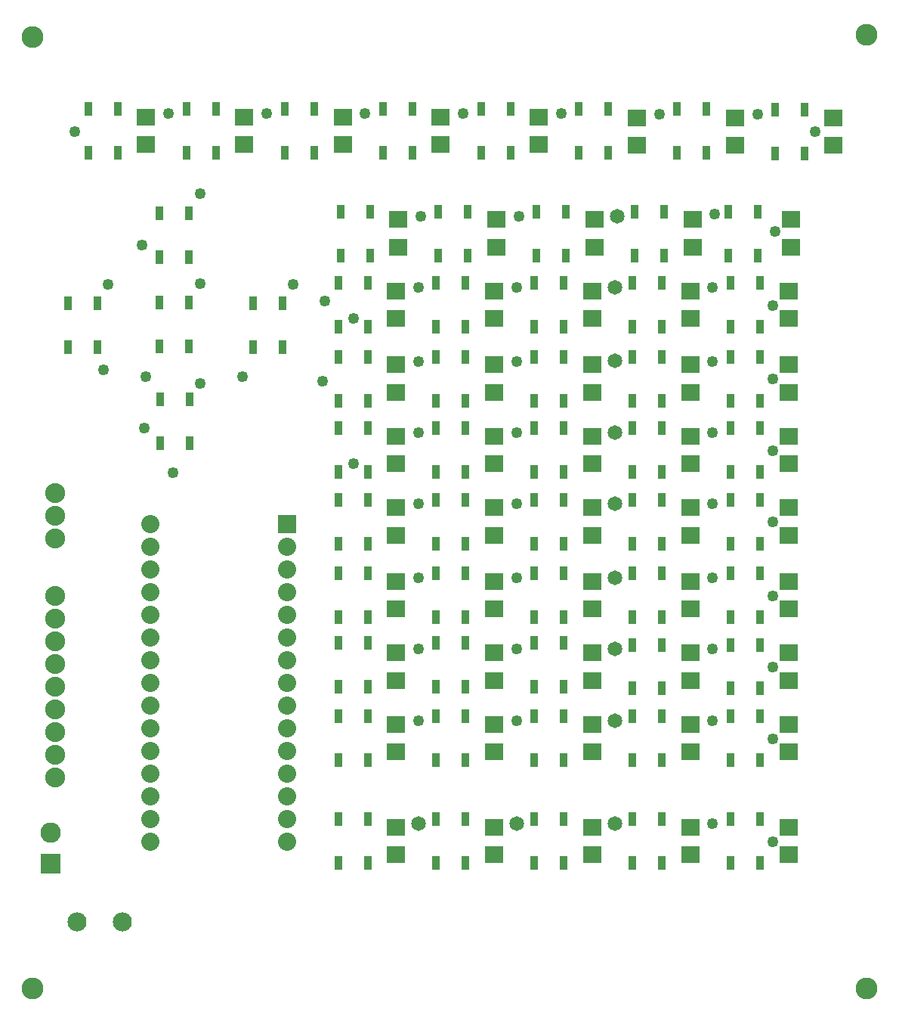
<source format=gts>
G04 MADE WITH FRITZING*
G04 WWW.FRITZING.ORG*
G04 DOUBLE SIDED*
G04 HOLES PLATED*
G04 CONTOUR ON CENTER OF CONTOUR VECTOR*
%ASAXBY*%
%FSLAX23Y23*%
%MOIN*%
%OFA0B0*%
%SFA1.0B1.0*%
%ADD10C,0.096614*%
%ADD11C,0.084000*%
%ADD12C,0.049370*%
%ADD13C,0.088000*%
%ADD14C,0.090000*%
%ADD15C,0.065118*%
%ADD16C,0.080000*%
%ADD17R,0.090000X0.090000*%
%ADD18R,0.035433X0.059056*%
%ADD19R,0.084803X0.072992*%
%ADD20R,0.079972X0.080000*%
%LNMASK1*%
G90*
G70*
G54D10*
X3903Y4396D03*
X3903Y193D03*
X221Y193D03*
X221Y4386D03*
G54D11*
X418Y488D03*
X618Y488D03*
X418Y488D03*
X618Y488D03*
X418Y488D03*
X618Y488D03*
G54D12*
X1147Y2890D03*
X723Y2890D03*
X536Y2919D03*
X714Y2663D03*
X842Y2466D03*
X408Y3972D03*
X1639Y2506D03*
X1501Y2870D03*
X1639Y3146D03*
X1511Y3224D03*
X704Y3470D03*
G54D13*
X320Y1925D03*
X320Y1825D03*
X320Y1725D03*
X320Y1625D03*
X320Y1525D03*
X320Y1425D03*
X320Y1325D03*
X320Y1225D03*
X320Y1125D03*
X320Y1925D03*
X320Y1825D03*
X320Y1725D03*
X320Y1625D03*
X320Y1525D03*
X320Y1425D03*
X320Y1325D03*
X320Y1225D03*
X320Y1125D03*
G54D12*
X1373Y3297D03*
X960Y3299D03*
X960Y3697D03*
X555Y3296D03*
X960Y2860D03*
X3676Y3972D03*
G54D13*
X320Y2378D03*
X320Y2278D03*
X320Y2178D03*
X320Y2378D03*
X320Y2278D03*
X320Y2178D03*
G54D14*
X300Y744D03*
X300Y882D03*
X300Y744D03*
X300Y882D03*
G54D12*
X2987Y4047D03*
X822Y4051D03*
X1934Y3598D03*
X1924Y1374D03*
G54D15*
X1924Y921D03*
G54D12*
X1924Y2004D03*
X1924Y1689D03*
X1924Y2958D03*
X1924Y3283D03*
X1924Y2644D03*
X1924Y2329D03*
X3420Y4047D03*
X1255Y4051D03*
X2367Y3598D03*
X2357Y1374D03*
X2357Y1689D03*
G54D15*
X2357Y921D03*
G54D12*
X2357Y2004D03*
X2357Y2329D03*
X2357Y2958D03*
X2357Y2644D03*
X2357Y3283D03*
X1688Y4051D03*
G54D15*
X2800Y3598D03*
X2790Y921D03*
X2790Y2004D03*
X2790Y1374D03*
X2790Y1689D03*
X2790Y2329D03*
X2790Y2959D03*
X2790Y2644D03*
X2790Y3283D03*
G54D12*
X2121Y4051D03*
X3233Y3608D03*
X3223Y921D03*
X3223Y1374D03*
X3223Y1689D03*
X3223Y2004D03*
X3223Y2329D03*
X3223Y2958D03*
X3223Y3283D03*
X3223Y2644D03*
X2554Y4051D03*
X3499Y3529D03*
X3489Y1295D03*
X3489Y1610D03*
X3489Y842D03*
X3489Y1925D03*
X3489Y2880D03*
X3489Y2250D03*
X3489Y3205D03*
X3489Y2565D03*
G54D16*
X1344Y2240D03*
X1344Y2140D03*
X1344Y2040D03*
X1344Y1940D03*
X1344Y1840D03*
X1344Y1740D03*
X1344Y1640D03*
X1344Y1540D03*
X1344Y1440D03*
X1344Y1340D03*
X1344Y1240D03*
X1344Y1140D03*
X1344Y1040D03*
X1344Y940D03*
X1344Y840D03*
X743Y2240D03*
X743Y2140D03*
X743Y2040D03*
X743Y1940D03*
X743Y1840D03*
X743Y1740D03*
X743Y1640D03*
X743Y1540D03*
X743Y1440D03*
X743Y1340D03*
X743Y1240D03*
X743Y1140D03*
X743Y1040D03*
X743Y940D03*
X743Y840D03*
X1344Y2240D03*
X1344Y2140D03*
X1344Y2040D03*
X1344Y1940D03*
X1344Y1840D03*
X1344Y1740D03*
X1344Y1640D03*
X1344Y1540D03*
X1344Y1440D03*
X1344Y1340D03*
X1344Y1240D03*
X1344Y1140D03*
X1344Y1040D03*
X1344Y940D03*
X1344Y840D03*
X743Y2240D03*
X743Y2140D03*
X743Y2040D03*
X743Y1940D03*
X743Y1840D03*
X743Y1740D03*
X743Y1640D03*
X743Y1540D03*
X743Y1440D03*
X743Y1340D03*
X743Y1240D03*
X743Y1140D03*
X743Y1040D03*
X743Y940D03*
X743Y840D03*
G54D17*
X300Y744D03*
X300Y744D03*
G54D18*
X1570Y2155D03*
X1700Y2155D03*
X1700Y2348D03*
X1570Y2348D03*
X1570Y1831D03*
X1700Y1831D03*
X1700Y2023D03*
X1570Y2023D03*
X1570Y748D03*
X1700Y748D03*
X1700Y941D03*
X1570Y941D03*
X1570Y1201D03*
X1700Y1201D03*
X1700Y1394D03*
X1570Y1394D03*
X1570Y1525D03*
X1700Y1525D03*
X1700Y1718D03*
X1570Y1718D03*
X782Y3023D03*
X912Y3023D03*
X912Y3216D03*
X782Y3216D03*
X2633Y3878D03*
X2763Y3878D03*
X2763Y4071D03*
X2633Y4071D03*
X468Y3878D03*
X597Y3878D03*
X597Y4071D03*
X468Y4071D03*
X1580Y3425D03*
X1710Y3425D03*
X1710Y3618D03*
X1580Y3618D03*
X1570Y2470D03*
X1700Y2470D03*
X1700Y2663D03*
X1570Y2663D03*
X1570Y3110D03*
X1700Y3110D03*
X1700Y3303D03*
X1570Y3303D03*
X1570Y2785D03*
X1700Y2785D03*
X1700Y2978D03*
X1570Y2978D03*
X2003Y1831D03*
X2133Y1831D03*
X2133Y2023D03*
X2003Y2023D03*
X2003Y2155D03*
X2133Y2155D03*
X2133Y2348D03*
X2003Y2348D03*
X2003Y748D03*
X2133Y748D03*
X2133Y941D03*
X2003Y941D03*
X2003Y1201D03*
X2133Y1201D03*
X2133Y1394D03*
X2003Y1394D03*
X2003Y1525D03*
X2133Y1525D03*
X2133Y1718D03*
X2003Y1718D03*
X378Y3020D03*
X507Y3020D03*
X507Y3213D03*
X378Y3213D03*
X3066Y3878D03*
X3196Y3878D03*
X3196Y4071D03*
X3066Y4071D03*
X901Y3878D03*
X1031Y3878D03*
X1031Y4071D03*
X901Y4071D03*
X2013Y3425D03*
X2143Y3425D03*
X2143Y3618D03*
X2013Y3618D03*
X2003Y3110D03*
X2133Y3110D03*
X2133Y3303D03*
X2003Y3303D03*
X2003Y2785D03*
X2133Y2785D03*
X2133Y2978D03*
X2003Y2978D03*
X2003Y2470D03*
X2133Y2470D03*
X2133Y2663D03*
X2003Y2663D03*
X782Y3417D03*
X912Y3417D03*
X912Y3610D03*
X782Y3610D03*
X3499Y3874D03*
X3629Y3874D03*
X3629Y4067D03*
X3499Y4067D03*
X1334Y3878D03*
X1464Y3878D03*
X1464Y4071D03*
X1334Y4071D03*
X2446Y3425D03*
X2576Y3425D03*
X2576Y3618D03*
X2446Y3618D03*
X2436Y748D03*
X2566Y748D03*
X2566Y941D03*
X2436Y941D03*
X2436Y1525D03*
X2566Y1525D03*
X2566Y1718D03*
X2436Y1718D03*
X2436Y1831D03*
X2566Y1831D03*
X2566Y2023D03*
X2436Y2023D03*
X2436Y1201D03*
X2566Y1201D03*
X2566Y1394D03*
X2436Y1394D03*
X2436Y3110D03*
X2566Y3110D03*
X2566Y3303D03*
X2436Y3303D03*
X2436Y2785D03*
X2566Y2785D03*
X2566Y2978D03*
X2436Y2978D03*
X2436Y2470D03*
X2566Y2470D03*
X2566Y2663D03*
X2436Y2663D03*
X2436Y2155D03*
X2566Y2155D03*
X2566Y2348D03*
X2436Y2348D03*
X2869Y1831D03*
X2999Y1831D03*
X2999Y2023D03*
X2869Y2023D03*
X2869Y748D03*
X2999Y748D03*
X2999Y941D03*
X2869Y941D03*
X2869Y1201D03*
X2999Y1201D03*
X2999Y1394D03*
X2869Y1394D03*
X2869Y2155D03*
X2999Y2155D03*
X2999Y2348D03*
X2869Y2348D03*
X2869Y1516D03*
X2999Y1516D03*
X2999Y1708D03*
X2869Y1708D03*
X1196Y3021D03*
X1326Y3021D03*
X1326Y3214D03*
X1196Y3214D03*
X1767Y3878D03*
X1897Y3878D03*
X1897Y4071D03*
X1767Y4071D03*
X2879Y3425D03*
X3009Y3425D03*
X3009Y3618D03*
X2879Y3618D03*
X2869Y3110D03*
X2999Y3110D03*
X2999Y3303D03*
X2869Y3303D03*
X2869Y2785D03*
X2999Y2785D03*
X2999Y2978D03*
X2869Y2978D03*
X2869Y2470D03*
X2999Y2470D03*
X2999Y2663D03*
X2869Y2663D03*
X784Y2598D03*
X914Y2598D03*
X914Y2791D03*
X784Y2791D03*
X2200Y3878D03*
X2330Y3878D03*
X2330Y4071D03*
X2200Y4071D03*
X3292Y3425D03*
X3422Y3425D03*
X3422Y3618D03*
X3292Y3618D03*
X3302Y1831D03*
X3432Y1831D03*
X3432Y2023D03*
X3302Y2023D03*
X3302Y1516D03*
X3432Y1516D03*
X3432Y1708D03*
X3302Y1708D03*
X3302Y748D03*
X3432Y748D03*
X3432Y941D03*
X3302Y941D03*
X3302Y1201D03*
X3432Y1201D03*
X3432Y1394D03*
X3302Y1394D03*
X3302Y2155D03*
X3432Y2155D03*
X3432Y2348D03*
X3302Y2348D03*
X3302Y2785D03*
X3432Y2785D03*
X3432Y2978D03*
X3302Y2978D03*
X3302Y3110D03*
X3432Y3110D03*
X3432Y3303D03*
X3302Y3303D03*
X3302Y2470D03*
X3432Y2470D03*
X3432Y2663D03*
X3302Y2663D03*
G54D19*
X2692Y1236D03*
X2692Y1358D03*
X2692Y783D03*
X2692Y905D03*
X2692Y1866D03*
X2692Y1988D03*
X2692Y2191D03*
X2692Y2313D03*
X2692Y1551D03*
X2692Y1673D03*
X3755Y3909D03*
X3755Y4031D03*
X1590Y3913D03*
X1590Y4035D03*
X2702Y3460D03*
X2702Y3583D03*
X2692Y3146D03*
X2692Y3268D03*
X2692Y2821D03*
X2692Y2943D03*
X2692Y2506D03*
X2692Y2628D03*
X1826Y1236D03*
X1826Y1358D03*
X1826Y783D03*
X1826Y905D03*
X1826Y1551D03*
X1826Y1673D03*
X1826Y1866D03*
X1826Y1988D03*
X2889Y3909D03*
X2889Y4031D03*
X723Y3913D03*
X723Y4035D03*
X1836Y3460D03*
X1836Y3583D03*
X1826Y3146D03*
X1826Y3268D03*
X1826Y2191D03*
X1826Y2313D03*
X1826Y2821D03*
X1826Y2943D03*
X1826Y2506D03*
X1826Y2628D03*
X2456Y3913D03*
X2456Y4035D03*
X3568Y3460D03*
X3568Y3583D03*
X3558Y1866D03*
X3558Y1988D03*
X3558Y783D03*
X3558Y905D03*
X3558Y1551D03*
X3558Y1673D03*
X3558Y1236D03*
X3558Y1358D03*
X3558Y3146D03*
X3558Y3268D03*
X3558Y2821D03*
X3558Y2943D03*
X3558Y2191D03*
X3558Y2313D03*
X3558Y2506D03*
X3558Y2628D03*
X2023Y3913D03*
X2023Y4035D03*
X3135Y3460D03*
X3135Y3583D03*
X3125Y1236D03*
X3125Y1358D03*
X3125Y1551D03*
X3125Y1673D03*
X3125Y783D03*
X3125Y905D03*
X3125Y1866D03*
X3125Y1988D03*
X3125Y3146D03*
X3125Y3268D03*
X3125Y2821D03*
X3125Y2943D03*
X3125Y2191D03*
X3125Y2313D03*
X3125Y2506D03*
X3125Y2628D03*
X2259Y2191D03*
X2259Y2313D03*
X2259Y1866D03*
X2259Y1988D03*
X2259Y783D03*
X2259Y905D03*
X2259Y1236D03*
X2259Y1358D03*
X2259Y1551D03*
X2259Y1673D03*
X3322Y3909D03*
X3322Y4031D03*
X1156Y3913D03*
X1156Y4035D03*
X2269Y3460D03*
X2269Y3583D03*
X2259Y3146D03*
X2259Y3268D03*
X2259Y2821D03*
X2259Y2943D03*
X2259Y2506D03*
X2259Y2628D03*
G54D20*
X1344Y2240D03*
X1344Y2240D03*
G04 End of Mask1*
M02*
</source>
